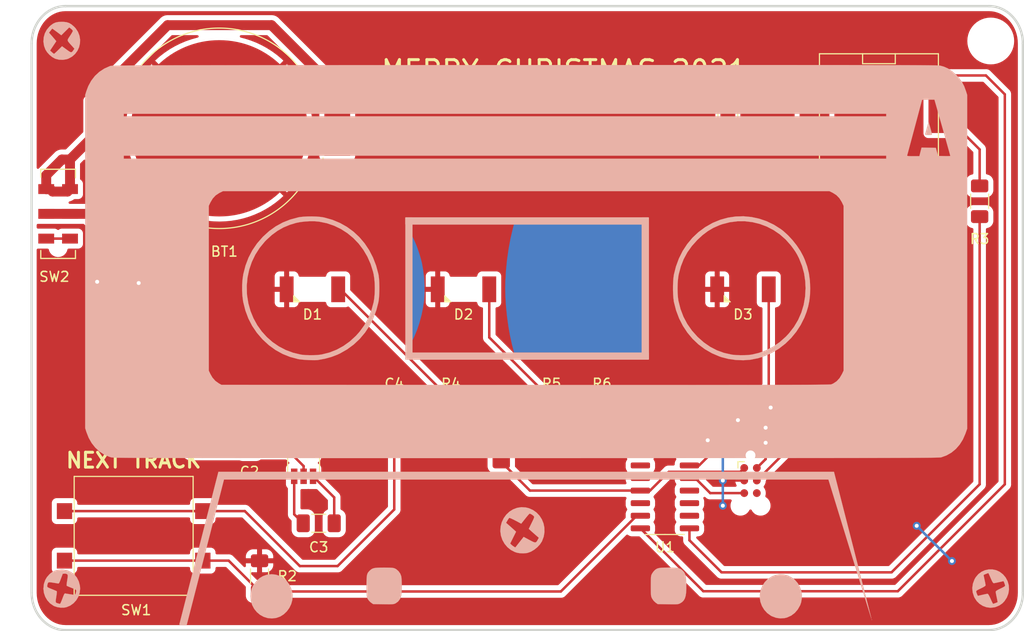
<source format=kicad_pcb>
(kicad_pcb (version 20211014) (generator pcbnew)
  (layers (0 "F.Cu" signal) (31 "B.Cu" signal) (34 "B.Paste" user) (35 "F.Paste" user) (36 "B.SilkS" user "B.Silkscreen") (37 "F.SilkS" user "F.Silkscreen") (38 "B.Mask" user) (39 "F.Mask" user) (44 "Edge.Cuts" user))
  (net 0 "")
  (net 1 "Net-(BT1-Pad1)")
  (net 2 "GND")
  (net 3 "+3V3")
  (net 4 "Net-(C2-Pad1)")
  (net 5 "Net-(C3-Pad2)")
  (net 6 "Net-(C3-Pad1)")
  (net 7 "Net-(D1-Pad2)")
  (net 8 "Net-(D2-Pad2)")
  (net 9 "Net-(D3-Pad2)")
  (net 10 "Net-(J1-Pad6)")
  (net 11 "Net-(J1-Pad5)")
  (net 12 "Net-(J1-Pad4)")
  (net 13 "Net-(J1-Pad1)")
  (net 14 "Net-(JP1-Pad2)")
  (net 15 "Net-(JP1-Pad3)")
  (net 16 "Net-(LS1-Pad1)")
  (net 17 "Net-(R2-Pad2)")
  (net 18 "Net-(R3-Pad2)")
  (net 19 "Net-(U1-Pad11)")
  (net 20 "Net-(U1-Pad10)")
  (net 21 "Net-(U1-Pad9)")
  (net 22 "Net-(U1-Pad5)")
  (net 23 "Net-(U1-Pad3)")
  (net 24 "Net-(SW2-Pad3)")
  (net 25 "Net-(U1-Pad2)")
  (footprint "Battery:BatteryHolder_MPD_BC2003_1x2032" (layer "F.Cu") (at 73.152 82.804)
    (fp_text reference "BT1" (at 0.508 12.446) (layer "F.SilkS"))
    (fp_text value "CR2032")
    (pad "1" smd rect locked (at -11.905 0) (size 2.6 5.56) (layers "F.Cu" "F.Paste" "F.Mask") (net 1 "Net-(BT1-Pad1)"))
    (pad "1" smd rect locked (at 11.905 0) (size 2.6 5.56) (layers "F.Cu" "F.Paste" "F.Mask") (net 1 "Net-(BT1-Pad1)"))
    (pad "2" smd circle locked (at 0 0) (size 17.8 17.8) (layers "F.Cu" "F.Mask") (net 2 "GND"))
  )
  (footprint "Capacitor_SMD:C_1206_3216Metric_Pad1.33x1.80mm_HandSolder" (layer "F.Cu") (at 76.2 113.665 90)
    (fp_text reference "C2" (at -3.81 0 180) (layer "F.SilkS"))
    (fp_text value "2.2uF")
    (pad "1" smd roundrect locked (at -1.5625 0 90) (size 1.325 1.8) (layers "F.Cu" "F.Paste" "F.Mask") (roundrect_rratio 0.1886784906) (net 4 "Net-(C2-Pad1)"))
    (pad "2" smd roundrect locked (at 1.5625 0 90) (size 1.325 1.8) (layers "F.Cu" "F.Paste" "F.Mask") (roundrect_rratio 0.1886784906) (net 2 "GND"))
  )
  (footprint "Capacitor_SMD:C_1206_3216Metric_Pad1.33x1.80mm_HandSolder" (layer "F.Cu") (at 83.185 122.682)
    (fp_text reference "C3" (at 0 2.413) (layer "F.SilkS"))
    (fp_text value "0.22uF")
    (pad "1" smd roundrect locked (at -1.5625 0) (size 1.325 1.8) (layers "F.Cu" "F.Paste" "F.Mask") (roundrect_rratio 0.1886784906) (net 6 "Net-(C3-Pad1)"))
    (pad "2" smd roundrect locked (at 1.5625 0) (size 1.325 1.8) (layers "F.Cu" "F.Paste" "F.Mask") (roundrect_rratio 0.1886784906) (net 5 "Net-(C3-Pad2)"))
  )
  (footprint "toolbox-led:Kingbright_AA3528" (layer "F.Cu") (at 82.55 99.06)
    (fp_text reference "D1" (at 0 2.54) (layer "F.SilkS"))
    (fp_text value "AA3528SECKT09‎")
    (pad "1" smd rect locked (at -2.6 0) (size 1.4 2.6) (layers "F.Cu" "F.Paste" "F.Mask") (net 2 "GND"))
    (pad "2" smd rect locked (at 2.6 0) (size 1.4 2.6) (layers "F.Cu" "F.Paste" "F.Mask") (net 7 "Net-(D1-Pad2)"))
  )
  (footprint "toolbox-led:Kingbright_AA3528" (layer "F.Cu") (at 125.984 99.06)
    (fp_text reference "D3" (at 0 2.54) (layer "F.SilkS"))
    (fp_text value "AA3528SECKT09‎")
    (pad "1" smd rect locked (at -2.6 0) (size 1.4 2.6) (layers "F.Cu" "F.Paste" "F.Mask") (net 2 "GND"))
    (pad "2" smd rect locked (at 2.6 0) (size 1.4 2.6) (layers "F.Cu" "F.Paste" "F.Mask") (net 9 "Net-(D3-Pad2)"))
  )
  (footprint "toolbox-speaker:PKLCS1212E2000-R1" (layer "F.Cu") (at 139.7 81.28)
    (fp_text reference "LS1" (at 0 7.62) (layer "F.SilkS"))
    (fp_text value "‎PKLCS1212E2000-R1‎")
    (pad "1" smd rect locked (at 6.5 0) (size 3 4) (layers "F.Cu" "F.Paste" "F.Mask") (net 16 "Net-(LS1-Pad1)"))
    (pad "2" smd rect locked (at -6.5 0) (size 3 4) (layers "F.Cu" "F.Paste" "F.Mask") (net 14 "Net-(JP1-Pad2)"))
  )
  (footprint "Resistor_SMD:R_1206_3216Metric_Pad1.30x1.75mm_HandSolder" (layer "F.Cu") (at 149.86 90.17 -90)
    (fp_text reference "R3" (at 3.81 0 180) (layer "F.SilkS"))
    (fp_text value "100")
    (pad "1" smd roundrect locked (at -1.55 0 270) (size 1.3 1.75) (layers "F.Cu" "F.Paste" "F.Mask") (roundrect_rratio 0.1923076923) (net 16 "Net-(LS1-Pad1)"))
    (pad "2" smd roundrect locked (at 1.55 0 270) (size 1.3 1.75) (layers "F.Cu" "F.Paste" "F.Mask") (roundrect_rratio 0.1923076923) (net 18 "Net-(R3-Pad2)"))
  )
  (footprint "Resistor_SMD:R_1206_3216Metric_Pad1.30x1.75mm_HandSolder" (layer "F.Cu") (at 96.52 111.76 -90)
    (fp_text reference "R4" (at -3.175 0 180) (layer "F.SilkS"))
    (fp_text value "100")
    (pad "1" smd roundrect locked (at -1.55 0 270) (size 1.3 1.75) (layers "F.Cu" "F.Paste" "F.Mask") (roundrect_rratio 0.1923076923) (net 7 "Net-(D1-Pad2)"))
    (pad "2" smd roundrect locked (at 1.55 0 270) (size 1.3 1.75) (layers "F.Cu" "F.Paste" "F.Mask") (roundrect_rratio 0.1923076923) (net 3 "+3V3"))
  )
  (footprint "Resistor_SMD:R_1206_3216Metric_Pad1.30x1.75mm_HandSolder" (layer "F.Cu") (at 111.76 111.76 -90)
    (fp_text reference "R6" (at -3.175 0 180) (layer "F.SilkS"))
    (fp_text value "100")
    (pad "1" smd roundrect locked (at -1.55 0 270) (size 1.3 1.75) (layers "F.Cu" "F.Paste" "F.Mask") (roundrect_rratio 0.1923076923) (net 9 "Net-(D3-Pad2)"))
    (pad "2" smd roundrect locked (at 1.55 0 270) (size 1.3 1.75) (layers "F.Cu" "F.Paste" "F.Mask") (roundrect_rratio 0.1923076923) (net 3 "+3V3"))
  )
  (footprint "toolbox-switch:E_Switch_TL3300DF260Q" (layer "F.Cu") (at 64.516 123.952)
    (fp_text reference "SW1" (at 0.254 7.493) (layer "F.SilkS"))
    (fp_text value "TL3300DF260Q‎")
    (pad "1" smd rect locked (at 6.975 -2.5) (size 1.55 1.6) (layers "F.Cu" "F.Paste" "F.Mask") (net 3 "+3V3"))
    (pad "1" smd rect locked (at -6.975 -2.5) (size 1.55 1.6) (layers "F.Cu" "F.Paste" "F.Mask") (net 3 "+3V3"))
    (pad "2" smd rect locked (at -6.975 2.5) (size 1.55 1.6) (layers "F.Cu" "F.Paste" "F.Mask") (net 17 "Net-(R2-Pad2)"))
    (pad "2" smd rect locked (at 6.975 2.5) (size 1.55 1.6) (layers "F.Cu" "F.Paste" "F.Mask") (net 17 "Net-(R2-Pad2)"))
  )
  (footprint "toolbox-switch:SW_JS102011JAQN" (layer "F.Cu") (at 56.896 91.44 -90)
    (fp_text reference "SW2" (at 6.35 0.381 180) (layer "F.SilkS"))
    (fp_text value "SW_SPDT")
    (pad "" np_thru_hole circle locked (at -3.4 0 270) (size 0.9 0.9) (drill 0.9) (layers *.Cu *.Mask))
    (pad "" np_thru_hole circle locked (at 3.4 0 270) (size 0.9 0.9) (drill 0.9) (layers *.Cu *.Mask))
    (pad "1" smd rect locked (at -2.5 -1.2 270) (size 1 1.6) (layers "F.Cu" "F.Paste" "F.Mask") (net 1 "Net-(BT1-Pad1)"))
    (pad "1" smd rect locked (at -2.5 1.2 270) (size 1 1.6) (layers "F.Cu" "F.Paste" "F.Mask") (net 1 "Net-(BT1-Pad1)"))
    (pad "2" smd rect locked (at 0 -1.2 270) (size 1 1.6) (layers "F.Cu" "F.Paste" "F.Mask") (net 4 "Net-(C2-Pad1)"))
    (pad "2" smd rect locked (at 0 1.2 270) (size 1 1.6) (layers "F.Cu" "F.Paste" "F.Mask") (net 4 "Net-(C2-Pad1)"))
    (pad "3" smd rect locked (at 2.5 1.2 270) (size 1 1.6) (layers "F.Cu" "F.Paste" "F.Mask") (net 24 "Net-(SW2-Pad3)"))
    (pad "3" smd rect locked (at 2.5 -1.2 270) (size 1 1.6) (layers "F.Cu" "F.Paste" "F.Mask") (net 24 "Net-(SW2-Pad3)"))
  )
  (footprint "Package_TO_SOT_SMD:SOT-23-6_Handsoldering" (layer "F.Cu") (at 81.661 116.586 -90)
    (fp_text reference "U2" (at -3.556 0.381 180) (layer "F.SilkS"))
    (fp_text value "REG710xx")
    (pad "1" smd rect locked (at -1.35 -0.95 270) (size 1.56 0.65) (layers "F.Cu" "F.Paste" "F.Mask") (net 3 "+3V3"))
    (pad "2" smd rect locked (at -1.35 0 270) (size 1.56 0.65) (layers "F.Cu" "F.Paste" "F.Mask") (net 2 "GND"))
    (pad "3" smd rect locked (at -1.35 0.95 270) (size 1.56 0.65) (layers "F.Cu" "F.Paste" "F.Mask") (net 4 "Net-(C2-Pad1)"))
    (pad "4" smd rect locked (at 1.35 0.95 270) (size 1.56 0.65) (layers "F.Cu" "F.Paste" "F.Mask") (net 6 "Net-(C3-Pad1)"))
    (pad "5" smd rect locked (at 1.35 0 270) (size 1.56 0.65) (layers "F.Cu" "F.Paste" "F.Mask") (net 4 "Net-(C2-Pad1)"))
    (pad "6" smd rect locked (at 1.35 -0.95 270) (size 1.56 0.65) (layers "F.Cu" "F.Paste" "F.Mask") (net 5 "Net-(C3-Pad2)"))
  )
  (footprint "Jumper:SolderJumper-3_P1.3mm_Open_RoundedPad1.0x1.5mm" (layer "F.Cu") (at 124.46 82.55 90)
    (fp_text reference "JP1" (at 3.175 0 180) (layer "F.SilkS"))
    (fp_text value "Jumper_NC_Dual")
    (pad "1" smd custom locked (at -1.3 0 90) (size 1 0.5) (layers "F.Cu" "F.Mask") (net 2 "GND") (options (clearance outline) (anchor rect)) (primitives (gr_circle (center 0 0.25) (end 0.5 0.25) (width 0) (fill yes)) (gr_circle (center 0 -0.25) (end 0.5 -0.25) (width 0) (fill yes)) (gr_poly (pts (xy 0.55 0.75) (xy 0 0.75) (xy 0 -0.75) (xy 0.55 -0.75)) (width 0) (fill yes))))
    (pad "2" smd rect locked (at 0 0 90) (size 1 1.5) (layers "F.Cu" "F.Mask") (net 14 "Net-(JP1-Pad2)"))
    (pad "3" smd custom locked (at 1.3 0 90) (size 1 0.5) (layers "F.Cu" "F.Mask") (net 15 "Net-(JP1-Pad3)") (options (clearance outline) (anchor rect)) (primitives (gr_circle (center 0 0.25) (end 0.5 0.25) (width 0) (fill yes)) (gr_circle (center 0 -0.25) (end 0.5 -0.25) (width 0) (fill yes)) (gr_poly (pts (xy 0 0.75) (xy -0.55 0.75) (xy -0.55 -0.75) (xy 0 -0.75)) (width 0) (fill yes))))
  )
  (footprint "Resistor_SMD:R_1206_3216Metric_Pad1.30x1.75mm_HandSolder" (layer "F.Cu") (at 77.216 128.016 -90)
    (fp_text reference "R2" (at 0 -2.794 180) (layer "F.SilkS"))
    (fp_text value "22k")
    (pad "1" smd roundrect locked (at -1.55 0 270) (size 1.3 1.75) (layers "F.Cu" "F.Paste" "F.Mask") (roundrect_rratio 0.1923076923) (net 2 "GND"))
    (pad "2" smd roundrect locked (at 1.55 0 270) (size 1.3 1.75) (layers "F.Cu" "F.Paste" "F.Mask") (roundrect_rratio 0.1923076923) (net 17 "Net-(R2-Pad2)"))
  )
  (footprint "Package_SO:SO-14_3.9x8.65mm_P1.27mm" (layer "F.Cu") (at 118.11 119.38)
    (fp_text reference "U1" (at 0 5.715) (layer "F.SilkS"))
    (fp_text value "PIC16F15325")
    (pad "1" smd roundrect locked (at -2.475 -3.81) (size 1.95 0.6) (layers "F.Cu" "F.Paste" "F.Mask") (net 3 "+3V3"))
    (pad "2" smd roundrect locked (at -2.475 -2.54) (size 1.95 0.6) (layers "F.Cu" "F.Paste" "F.Mask") (net 25 "Net-(U1-Pad2)"))
    (pad "3" smd roundrect locked (at -2.475 -1.27) (size 1.95 0.6) (layers "F.Cu" "F.Paste" "F.Mask") (net 23 "Net-(U1-Pad3)"))
    (pad "4" smd roundrect locked (at -2.475 0) (size 1.95 0.6) (layers "F.Cu" "F.Paste" "F.Mask") (net 13 "Net-(J1-Pad1)"))
    (pad "5" smd roundrect locked (at -2.475 1.27) (size 1.95 0.6) (layers "F.Cu" "F.Paste" "F.Mask") (net 22 "Net-(U1-Pad5)"))
    (pad "6" smd roundrect locked (at -2.475 2.54) (size 1.95 0.6) (layers "F.Cu" "F.Paste" "F.Mask") (net 17 "Net-(R2-Pad2)"))
    (pad "7" smd roundrect locked (at -2.475 3.81) (size 1.95 0.6) (layers "F.Cu" "F.Paste" "F.Mask") (net 15 "Net-(JP1-Pad3)"))
    (pad "8" smd roundrect locked (at 2.475 3.81) (size 1.95 0.6) (layers "F.Cu" "F.Paste" "F.Mask") (net 18 "Net-(R3-Pad2)"))
    (pad "9" smd roundrect locked (at 2.475 2.54) (size 1.95 0.6) (layers "F.Cu" "F.Paste" "F.Mask") (net 21 "Net-(U1-Pad9)"))
    (pad "10" smd roundrect locked (at 2.475 1.27) (size 1.95 0.6) (layers "F.Cu" "F.Paste" "F.Mask") (net 20 "Net-(U1-Pad10)"))
    (pad "11" smd roundrect locked (at 2.475 0) (size 1.95 0.6) (layers "F.Cu" "F.Paste" "F.Mask") (net 19 "Net-(U1-Pad11)"))
    (pad "12" smd roundrect locked (at 2.475 -1.27) (size 1.95 0.6) (layers "F.Cu" "F.Paste" "F.Mask") (net 11 "Net-(J1-Pad5)"))
    (pad "13" smd roundrect locked (at 2.475 -2.54) (size 1.95 0.6) (layers "F.Cu" "F.Paste" "F.Mask") (net 12 "Net-(J1-Pad4)"))
    (pad "14" smd roundrect locked (at 2.475 -3.81) (size 1.95 0.6) (layers "F.Cu" "F.Paste" "F.Mask") (net 2 "GND"))
  )
  (footprint "Capacitor_SMD:C_1206_3216Metric_Pad1.33x1.80mm_HandSolder" (layer "F.Cu") (at 90.805 111.76 90)
    (fp_text reference "C4" (at 3.175 0 180) (layer "F.SilkS"))
    (fp_text value "2.2uF")
    (pad "1" smd roundrect locked (at -1.5625 0 90) (size 1.325 1.8) (layers "F.Cu" "F.Paste" "F.Mask") (roundrect_rratio 0.1886784906) (net 3 "+3V3"))
    (pad "2" smd roundrect locked (at 1.5625 0 90) (size 1.325 1.8) (layers "F.Cu" "F.Paste" "F.Mask") (roundrect_rratio 0.1886784906) (net 2 "GND"))
  )
  (footprint "Resistor_SMD:R_1206_3216Metric_Pad1.30x1.75mm_HandSolder" (layer "F.Cu") (at 106.68 111.76 -90)
    (fp_text reference "R5" (at -3.175 0 180) (layer "F.SilkS"))
    (fp_text value "100")
    (pad "1" smd roundrect locked (at -1.55 0 270) (size 1.3 1.75) (layers "F.Cu" "F.Paste" "F.Mask") (roundrect_rratio 0.1923076923) (net 8 "Net-(D2-Pad2)"))
    (pad "2" smd roundrect locked (at 1.55 0 270) (size 1.3 1.75) (layers "F.Cu" "F.Paste" "F.Mask") (roundrect_rratio 0.1923076923) (net 3 "+3V3"))
  )
  (footprint "Capacitor_SMD:C_1206_3216Metric_Pad1.33x1.80mm_HandSolder" (layer "F.Cu") (at 118.11 113.03 180)
    (fp_text reference "C1" (at 0 1.905) (layer "F.SilkS"))
    (fp_text value ".22uF")
    (pad "1" smd roundrect locked (at -1.5625 0 180) (size 1.325 1.8) (layers "F.Cu" "F.Paste" "F.Mask") (roundrect_rratio 0.1886784906) (net 2 "GND"))
    (pad "2" smd roundrect locked (at 1.5625 0 180) (size 1.325 1.8) (layers "F.Cu" "F.Paste" "F.Mask") (roundrect_rratio 0.1886784906) (net 3 "+3V3"))
  )
  (footprint "Connector:Tag-Connect_TC2030-IDC-NL_2x03_P1.27mm_Vertical" (layer "F.Cu") (at 126.746 118.364 -90)
    (fp_text reference "J1" (at -4.445 0 180) (layer "F.SilkS"))
    (fp_text value "Header_PICKIT4")
    (pad "" np_thru_hole circle locked (at 2.54 1.016 270) (size 0.9906 0.9906) (drill 0.9906) (layers *.Cu *.Mask))
    (pad "" np_thru_hole circle locked (at 2.54 -1.016 270) (size 0.9906 0.9906) (drill 0.9906) (layers *.Cu *.Mask))
    (pad "" np_thru_hole circle locked (at -2.54 0 270) (size 0.9906 0.9906) (drill 0.9906) (layers *.Cu *.Mask))
    (pad "1" connect circle locked (at -1.27 0.635 270) (size 0.7874 0.7874) (layers "F.Cu" "F.Mask") (net 13 "Net-(J1-Pad1)"))
    (pad "2" connect circle locked (at -1.27 -0.635 270) (size 0.7874 0.7874) (layers "F.Cu" "F.Mask") (net 3 "+3V3"))
    (pad "3" connect circle locked (at 0 0.635 270) (size 0.7874 0.7874) (layers "F.Cu" "F.Mask") (net 2 "GND"))
    (pad "4" connect circle locked (at 0 -0.635 270) (size 0.7874 0.7874) (layers "F.Cu" "F.Mask") (net 12 "Net-(J1-Pad4)"))
    (pad "5" connect circle locked (at 1.27 0.635 270) (size 0.7874 0.7874) (layers "F.Cu" "F.Mask") (net 11 "Net-(J1-Pad5)"))
    (pad "6" connect circle locked (at 1.27 -0.635 270) (size 0.7874 0.7874) (layers "F.Cu" "F.Mask") (net 10 "Net-(J1-Pad6)"))
  )
  (footprint "Resistor_SMD:R_1206_3216Metric_Pad1.30x1.75mm_HandSolder" (layer "F.Cu") (at 101.6 114.935 90)
    (fp_text reference "R1" (at 3.175 0 180) (layer "F.SilkS"))
    (fp_text value "22k")
    (pad "1" smd roundrect locked (at -1.55 0 90) (size 1.3 1.75) (layers "F.Cu" "F.Paste" "F.Mask") (roundrect_rratio 0.1923076923) (net 13 "Net-(J1-Pad1)"))
    (pad "2" smd roundrect locked (at 1.55 0 90) (size 1.3 1.75) (layers "F.Cu" "F.Paste" "F.Mask") (roundrect_rratio 0.1923076923) (net 3 "+3V3"))
  )
  (footprint "toolbox-led:Kingbright_AA3528" (layer "F.Cu") (at 97.79 99.06)
    (fp_text reference "D2" (at 0 2.54) (layer "F.SilkS"))
    (fp_text value "AA3528SECKT09‎")
    (pad "1" smd rect locked (at -2.6 0) (size 1.4 2.6) (layers "F.Cu" "F.Paste" "F.Mask") (net 2 "GND"))
    (pad "2" smd rect locked (at 2.6 0) (size 1.4 2.6) (layers "F.Cu" "F.Paste" "F.Mask") (net 8 "Net-(D2-Pad2)"))
  )
  (footprint "chrimbus2021:tape_invert2" (layer "B.Cu") (at 104.14 102.108 180)
    (fp_text reference "G***" hide)
    (fp_text value "LOGO" hide)
    (fp_poly (pts (xy 11.549519 3.151963) (xy 11.549933 2.426333) (xy 11.55 1.73) (xy 11.549736 1.06964) (xy 11.54916 0.451925) (xy 11.548288 -0.116469) (xy 11.547138 -0.628867) (xy 11.545728 -1.078597) (xy 11.544074 -1.458982) (xy 11.542194 -1.763349) (xy 11.540106 -1.985023) (xy 11.537826 -2.117331) (xy 11.535718 -2.15455) (xy 11.508109 -2.111516) (xy 11.448195 -1.995541) (xy 11.3659 -1.826317) (xy 11.304255 -1.695262) (xy 11.033978 -1.043599) (xy 10.79283 -0.32337) (xy 10.589254 0.434313) (xy 10.43169 1.198335) (xy 10.334918 1.877411) (xy 10.283926 2.622573) (xy 10.283303 3.420678) (xy 10.331177 4.237291) (xy 10.425676 5.037977) (xy 10.541687 5.682316) (xy 10.635071 6.065246) (xy 10.759644 6.496112) (xy 10.904874 6.943645) (xy 11.060229 7.376579) (xy 11.215176 7.763645) (xy 11.322505 8.000359) (xy 11.545252 8.458476) (xy 11.549519 3.151963)) (layer "B.Cu") (width 0.01) (fill solid))
    (fp_poly (pts (xy -5.23016 9.658812) (xy 1.247094 9.645892) (xy 1.361684 9.213227) (xy 1.59751 8.213463) (xy 1.795653 7.147587) (xy 1.952284 6.045499) (xy 2.06357 4.937098) (xy 2.125681 3.852284) (xy 2.137876 3.155912) (xy 2.116252 2.229581) (xy 2.053591 1.261379) (xy 1.953209 0.27708) (xy 1.818422 -0.697542) (xy 1.652547 -1.636712) (xy 1.458899 -2.514657) (xy 1.358524 -2.901403) (xy 1.240034 -3.334068) (xy -5.23369 -3.346988) (xy -11.707415 -3.359907) (xy -11.707415 9.671731) (xy -5.23016 9.658812)) (layer "B.Cu") (width 0.01) (fill solid))
    (pad "" np_thru_hole circle locked (at -46.84 28.12 180) (size 3.7 3.7) (drill 3.7) (layers *.Cu *.Mask))
  )
  (gr_line (start 54.223121 129.688895) (end 54.223121 74.246853) (layer "Edge.Cuts") (width 0.24))
  (gr_line (start 154.223282 74.246853) (end 154.223282 129.688895) (layer "Edge.Cuts") (width 0.24))
  (gr_curve (pts (xy 154.223282 129.688895) (xy 154.223282 131.766656) (xy 152.68656 133.467486) (xy 150.806877 133.467486)) (layer "Edge.Cuts") (width 0.24))
  (gr_line (start 57.639047 70.467444) (end 150.806877 70.467444) (layer "Edge.Cuts") (width 0.24))
  (gr_curve (pts (xy 57.639047 133.467486) (xy 55.759744 133.467486) (xy 54.223121 131.766677) (xy 54.223121 129.688895)) (layer "Edge.Cuts") (width 0.24))
  (gr_curve (pts (xy 54.223121 74.246853) (xy 54.223121 72.168358) (xy 55.759744 70.467444) (xy 57.639047 70.467444)) (layer "Edge.Cuts") (width 0.24))
  (gr_line (start 57.639047 70.467444) (end 57.639047 70.467444) (layer "Edge.Cuts") (width 0.24))
  (gr_curve (pts (xy 150.806877 133.467486) (xy 119.750967 133.467486) (xy 88.694757 133.467486) (xy 57.639047 133.467486)) (layer "Edge.Cuts") (width 0.24))
  (gr_curve (pts (xy 150.806877 70.467444) (xy 152.68656 70.467444) (xy 154.223282 72.168358) (xy 154.223282 74.246853)) (layer "Edge.Cuts") (width 0.24))
  (gr_text "NEXT TRACK" (at 64.516 116.332) (layer "F.SilkS") (effects (font (size 1.5 1.5) (thickness 0.3))))
  (gr_text "ON" (at 61.214 90.17) (layer "F.SilkS") (effects (font (size 1.5 1.5) (thickness 0.3))))
  (gr_text "LOVE, JAKE" (at 107.188 80.264) (layer "F.SilkS") (effects (font (size 1.5 1.5) (thickness 0.3))))
  (gr_text "MERRY CHRISTMAS 2021" (at 107.95 76.962) (layer "F.SilkS") (effects (font (size 2 2) (thickness 0.3))))
  (gr_text "OFF" (at 61.722 92.71) (layer "F.SilkS") (effects (font (size 1.5 1.5) (thickness 0.3))))
  (segment (start 56.093998 88.94) (end 56.343999 89.190001) (width 1) (layer "F.Cu") (net 1))
  (segment (start 61.247 82.804) (end 61.247 79.088) (width 1) (layer "F.Cu") (net 1))
  (segment (start 61.247 79.088) (end 67.945 72.39) (width 1) (layer "F.Cu") (net 1))
  (segment (start 55.696 88.94) (end 55.696 87.537998) (width 1) (layer "F.Cu") (net 1))
  (segment (start 58.096 85.955) (end 61.247 82.804) (width 1) (layer "F.Cu") (net 1))
  (segment (start 57.278998 85.955) (end 58.096 85.955) (width 1) (layer "F.Cu") (net 1))
  (segment (start 55.696 88.94) (end 56.093998 88.94) (width 1) (layer "F.Cu") (net 1))
  (segment (start 85.057 79.024) (end 78.423 72.39) (width 1) (layer "F.Cu") (net 1))
  (segment (start 58.096 88.94) (end 58.096 85.955) (width 1) (layer "F.Cu") (net 1))
  (segment (start 78.423 72.39) (end 67.945 72.39) (width 1) (layer "F.Cu") (net 1))
  (segment (start 55.696 87.537998) (end 57.278998 85.955) (width 1) (layer "F.Cu") (net 1))
  (segment (start 85.057 82.804) (end 85.057 79.024) (width 1) (layer "F.Cu") (net 1))
  (segment (start 57.845999 89.190001) (end 58.096 88.94) (width 1) (layer "F.Cu") (net 1))
  (segment (start 56.343999 89.190001) (end 57.845999 89.190001) (width 1) (layer "F.Cu") (net 1))
  (segment (start 119.6725 113.03) (end 119.6725 114.6575) (width 0.25) (layer "F.Cu") (net 2))
  (segment (start 122.428 114.3) (end 121.158 113.03) (width 0.25) (layer "F.Cu") (net 2))
  (segment (start 119.6725 114.6575) (end 120.585 115.57) (width 0.25) (layer "F.Cu") (net 2))
  (segment (start 73.152 82.804) (end 77.632001 87.284001) (width 3) (layer "F.Cu") (net 2))
  (segment (start 73.152 82.804) (end 73.152 86.868) (width 3) (layer "F.Cu") (net 2))
  (segment (start 79.95 89.602) (end 73.152 82.804) (width 0.25) (layer "F.Cu") (net 2))
  (segment (start 76.2 112.1025) (end 79.5575 112.1025) (width 0.25) (layer "F.Cu") (net 2))
  (segment (start 126.111 118.364) (end 123.952 118.364) (width 0.25) (layer "F.Cu") (net 2))
  (segment (start 81.661 114.206) (end 81.661 115.236) (width 0.25) (layer "F.Cu") (net 2))
  (segment (start 121.158 113.03) (end 119.6725 113.03) (width 0.25) (layer "F.Cu") (net 2))
  (segment (start 79.5575 112.1025) (end 81.661 114.206) (width 0.25) (layer "F.Cu") (net 2))
  (via (at 123.952 118.364) (size 0.8) (drill 0.4) (layers "F.Cu" "B.Cu") (net 2))
  (via (at 125.476 112.268) (size 0.8) (drill 0.4) (layers "F.Cu" "B.Cu") (net 2))
  (via (at 128.778 110.998) (size 0.8) (drill 0.4) (layers "F.Cu" "B.Cu") (net 2))
  (via (at 60.833 98.298) (size 0.8) (drill 0.4) (layers "F.Cu" "B.Cu") (net 2))
  (via (at 65.024 98.425) (size 0.8) (drill 0.4) (layers "F.Cu" "B.Cu") (net 2))
  (via (at 147.066 126.492) (size 0.8) (drill 0.4) (layers "F.Cu" "B.Cu") (net 2))
  (via (at 123.952 120.904) (size 0.8) (drill 0.4) (layers "F.Cu" "B.Cu") (net 2))
  (via (at 143.51 122.936) (size 0.8) (drill 0.4) (layers "F.Cu" "B.Cu") (net 2))
  (via (at 122.428 114.3) (size 0.8) (drill 0.4) (layers "F.Cu" "B.Cu") (net 2))
  (segment (start 147.066 126.492) (end 147.066 126.492) (width 0.25) (layer "B.Cu") (net 2))
  (segment (start 64.897 98.298) (end 65.024 98.425) (width 0.25) (layer "B.Cu") (net 2))
  (segment (start 123.952 118.364) (end 123.952 120.904) (width 0.25) (layer "B.Cu") (net 2))
  (segment (start 123.952 115.824) (end 122.428 114.3) (width 0.25) (layer "B.Cu") (net 2))
  (segment (start 143.51 122.936) (end 147.066 126.492) (width 0.25) (layer "B.Cu") (net 2))
  (segment (start 127.508 112.268) (end 128.778 110.998) (width 0.25) (layer "B.Cu") (net 2))
  (segment (start 125.476 112.268) (end 127.508 112.268) (width 0.25) (layer "B.Cu") (net 2))
  (segment (start 123.952 118.364) (end 123.952 115.824) (width 0.25) (layer "B.Cu") (net 2))
  (segment (start 60.833 98.298) (end 64.897 98.298) (width 0.25) (layer "B.Cu") (net 2))
  (segment (start 116.2675 113.31) (end 116.5475 113.03) (width 0.25) (layer "F.Cu") (net 3))
  (segment (start 106.68 113.31) (end 111.76 113.31) (width 0.25) (layer "F.Cu") (net 3))
  (segment (start 90.805 121.285) (end 90.805 113.3225) (width 0.25) (layer "F.Cu") (net 3))
  (segment (start 57.541 121.452) (end 71.491 121.452) (width 0.25) (layer "F.Cu") (net 3))
  (segment (start 82.611 115.236) (end 88.8915 115.236) (width 0.25) (layer "F.Cu") (net 3))
  (segment (start 90.805 113.3225) (end 96.5075 113.3225) (width 0.25) (layer "F.Cu") (net 3))
  (segment (start 128.27 113.03) (end 125.984 110.744) (width 0.25) (layer "F.Cu") (net 3))
  (segment (start 115.635 113.9425) (end 116.5475 113.03) (width 0.25) (layer "F.Cu") (net 3))
  (segment (start 128.27 116.205) (end 128.27 114.554) (width 0.25) (layer "F.Cu") (net 3))
  (segment (start 96.52 113.31) (end 101.6 113.31) (width 0.25) (layer "F.Cu") (net 3))
  (segment (start 125.984 110.744) (end 118.8335 110.744) (width 0.25) (layer "F.Cu") (net 3))
  (segment (start 127.381 117.094) (end 128.27 116.205) (width 0.25) (layer "F.Cu") (net 3))
  (segment (start 81.28 127) (end 85.09 127) (width 0.25) (layer "F.Cu") (net 3))
  (segment (start 96.5075 113.3225) (end 96.52 113.31) (width 0.25) (layer "F.Cu") (net 3))
  (segment (start 71.491 121.452) (end 75.732 121.452) (width 0.25) (layer "F.Cu") (net 3))
  (segment (start 75.732 121.452) (end 81.28 127) (width 0.25) (layer "F.Cu") (net 3))
  (segment (start 118.8335 110.744) (end 116.5475 113.03) (width 0.25) (layer "F.Cu") (net 3))
  (segment (start 111.76 113.31) (end 116.2675 113.31) (width 0.25) (layer "F.Cu") (net 3))
  (segment (start 101.6 113.31) (end 106.68 113.31) (width 0.25) (layer "F.Cu") (net 3))
  (segment (start 115.635 115.57) (end 115.635 113.9425) (width 0.25) (layer "F.Cu") (net 3))
  (segment (start 85.09 127) (end 90.805 121.285) (width 0.25) (layer "F.Cu") (net 3))
  (segment (start 88.8915 115.236) (end 90.805 113.3225) (width 0.25) (layer "F.Cu") (net 3))
  (via (at 128.27 114.554) (size 0.8) (drill 0.4) (layers "F.Cu" "B.Cu") (net 3))
  (via (at 128.27 113.03) (size 0.8) (drill 0.4) (layers "F.Cu" "B.Cu") (net 3))
  (segment (start 128.27 114.554) (end 128.27 113.03) (width 0.25) (layer "B.Cu") (net 3))
  (segment (start 62.865 107.8615) (end 70.3195 115.316) (width 1) (layer "F.Cu") (net 4))
  (segment (start 55.696 91.44) (end 58.096 91.44) (width 1) (layer "F.Cu") (net 4))
  (segment (start 81.661 117.936) (end 81.661 116.906) (width 0.25) (layer "F.Cu") (net 4))
  (segment (start 76.1115 115.316) (end 76.2 115.2275) (width 1) (layer "F.Cu") (net 4))
  (segment (start 59.896 91.44) (end 62.865 94.409) (width 1) (layer "F.Cu") (net 4))
  (segment (start 81.661 116.906) (end 80.711 115.956) (width 0.25) (layer "F.Cu") (net 4))
  (segment (start 76.2 115.2275) (end 80.627499 115.2275) (width 1) (layer "F.Cu") (net 4))
  (segment (start 62.865 94.409) (end 62.865 107.8615) (width 1) (layer "F.Cu") (net 4))
  (segment (start 80.711 115.956) (end 80.711 115.236) (width 0.25) (layer "F.Cu") (net 4))
  (segment (start 70.3195 115.316) (end 76.1115 115.316) (width 1) (layer "F.Cu") (net 4))
  (segment (start 80.627499 115.2275) (end 80.635999 115.236) (width 1) (layer "F.Cu") (net 4))
  (segment (start 58.096 91.44) (end 59.896 91.44) (width 1) (layer "F.Cu") (net 4))
  (segment (start 84.7475 122.682) (end 84.7475 120.0725) (width 0.25) (layer "F.Cu") (net 5))
  (segment (start 84.7475 120.0725) (end 82.611 117.936) (width 0.25) (layer "F.Cu") (net 5))
  (segment (start 81.6225 122.682) (end 80.711 121.7705) (width 0.25) (layer "F.Cu") (net 6))
  (segment (start 80.711 121.7705) (end 80.711 117.936) (width 0.25) (layer "F.Cu") (net 6))
  (segment (start 85.37 99.06) (end 96.52 110.21) (width 0.25) (layer "F.Cu") (net 7))
  (segment (start 85.15 99.06) (end 85.37 99.06) (width 0.25) (layer "F.Cu") (net 7))
  (segment (start 100.39 99.06) (end 100.39 103.92) (width 0.25) (layer "F.Cu") (net 8))
  (segment (start 100.39 103.92) (end 106.68 110.21) (width 0.25) (layer "F.Cu") (net 8))
  (segment (start 127.28 110.21) (end 128.584 108.906) (width 0.25) (layer "F.Cu") (net 9))
  (segment (start 128.584 108.906) (end 128.584 99.06) (width 0.25) (layer "F.Cu") (net 9))
  (segment (start 111.76 110.21) (end 127.28 110.21) (width 0.25) (layer "F.Cu") (net 9))
  (segment (start 121.158 118.11) (end 120.585 118.11) (width 0.25) (layer "F.Cu") (net 11))
  (segment (start 126.111 119.634) (end 122.682 119.634) (width 0.25) (layer "F.Cu") (net 11))
  (segment (start 121.285 118.11) (end 120.585 118.11) (width 0.25) (layer "F.Cu") (net 11))
  (segment (start 120.208232 118.11) (end 120.585 118.11) (width 0.25) (layer "F.Cu") (net 11))
  (segment (start 122.682 119.634) (end 121.158 118.11) (width 0.25) (layer "F.Cu") (net 11))
  (segment (start 130.302 114.554) (end 129.54 113.792) (width 0.25) (layer "F.Cu") (net 12))
  (segment (start 130.302 115.443) (end 130.302 114.554) (width 0.25) (layer "F.Cu") (net 12))
  (segment (start 121.56 116.84) (end 120.585 116.84) (width 0.25) (layer "F.Cu") (net 12))
  (segment (start 129.54 113.792) (end 124.608 113.792) (width 0.25) (layer "F.Cu") (net 12))
  (segment (start 124.608 113.792) (end 121.56 116.84) (width 0.25) (layer "F.Cu") (net 12))
  (segment (start 127.381 118.364) (end 130.302 115.443) (width 0.25) (layer "F.Cu") (net 12))
  (segment (start 101.6 116.485) (end 104.495 119.38) (width 0.25) (layer "F.Cu") (net 13))
  (segment (start 104.495 119.38) (end 115.635 119.38) (width 0.25) (layer "F.Cu") (net 13))
  (segment (start 116.61 119.38) (end 115.635 119.38) (width 0.25) (layer "F.Cu") (net 13))
  (segment (start 126.111 117.094) (end 125.72001 117.48499) (width 0.25) (layer "F.Cu") (net 13))
  (segment (start 118.50501 117.48499) (end 116.61 119.38) (width 0.25) (layer "F.Cu") (net 13))
  (segment (start 125.72001 117.48499) (end 118.50501 117.48499) (width 0.25) (layer "F.Cu") (net 13))
  (segment (start 124.46 82.55) (end 131.93 82.55) (width 0.25) (layer "F.Cu") (net 14))
  (segment (start 131.93 82.55) (end 133.2 81.28) (width 0.25) (layer "F.Cu") (net 14))
  (segment (start 121.985 129.54) (end 141.605 129.54) (width 0.25) (layer "F.Cu") (net 15))
  (segment (start 150.495 77.47) (end 127.492408 77.47) (width 0.25) (layer "F.Cu") (net 15))
  (segment (start 124.43 80.532408) (end 124.43 81.28) (width 0.25) (layer "F.Cu") (net 15))
  (segment (start 141.605 129.54) (end 152.4 118.745) (width 0.25) (layer "F.Cu") (net 15))
  (segment (start 127.492408 77.47) (end 124.43 80.532408) (width 0.25) (layer "F.Cu") (net 15))
  (segment (start 152.4 118.745) (end 152.4 79.375) (width 0.25) (layer "F.Cu") (net 15))
  (segment (start 152.4 79.375) (end 150.495 77.47) (width 0.25) (layer "F.Cu") (net 15))
  (segment (start 115.635 123.19) (end 121.985 129.54) (width 0.25) (layer "F.Cu") (net 15))
  (segment (start 149.86 84.94) (end 146.2 81.28) (width 0.25) (layer "F.Cu") (net 16))
  (segment (start 149.86 88.62) (end 149.86 84.94) (width 0.25) (layer "F.Cu") (net 16))
  (segment (start 107.612232 129.566) (end 115.258232 121.92) (width 0.25) (layer "F.Cu") (net 17))
  (segment (start 74.102 126.452) (end 77.216 129.566) (width 0.25) (layer "F.Cu") (net 17))
  (segment (start 115.258232 121.92) (end 115.635 121.92) (width 0.25) (layer "F.Cu") (net 17))
  (segment (start 77.216 129.566) (end 107.612232 129.566) (width 0.25) (layer "F.Cu") (net 17))
  (segment (start 71.491 126.452) (end 74.102 126.452) (width 0.25) (layer "F.Cu") (net 17))
  (segment (start 57.541 126.452) (end 71.491 126.452) (width 0.25) (layer "F.Cu") (net 17))
  (segment (start 149.86 118.745) (end 149.86 91.72) (width 0.25) (layer "F.Cu") (net 18))
  (segment (start 123.825 127.635) (end 140.97 127.635) (width 0.25) (layer "F.Cu") (net 18))
  (segment (start 120.585 124.395) (end 123.825 127.635) (width 0.25) (layer "F.Cu") (net 18))
  (segment (start 120.585 123.19) (end 120.585 124.395) (width 0.25) (layer "F.Cu") (net 18))
  (segment (start 140.97 127.635) (end 149.86 118.745) (width 0.25) (layer "F.Cu") (net 18))
  (segment (start 55.696 93.94) (end 58.096 93.94) (width 0.25) (layer "F.Cu") (net 24))
  (zone (net 2) (net_name "GND") (layer "F.Cu") (connect_pads (clearance 0.508)) (min_thickness 0.254) (fill yes (thermal_gap 0.508) (thermal_bridge_width 0.508))
    (polygon (pts (xy 154.305 133.35) (xy 54.61 133.35) (xy 54.61 70.231) (xy 154.305 69.85)))
  )
  (zone (net 0) (net_name "") (layer "F.Cu") (connect_pads (clearance 0)) (min_thickness 0.254)
    (keepout (tracks not_allowed) (vias not_allowed) (pads allowed) (copperpour not_allowed) (footprints allowed))
    (fill (thermal_gap 0.508) (thermal_bridge_width 0.508))
    (polygon (pts (xy 99.06 100.33) (xy 96.52 100.33) (xy 96.52 97.79) (xy 99.06 97.79)))
  )
  (zone (net 0) (net_name "") (layer "F.Cu") (connect_pads (clearance 0)) (min_thickness 0.254)
    (keepout (tracks not_allowed) (vias not_allowed) (pads allowed) (copperpour not_allowed) (footprints allowed))
    (fill (thermal_gap 0.508) (thermal_bridge_width 0.508))
    (polygon (pts (xy 83.82 100.33) (xy 81.28 100.33) (xy 81.28 97.79) (xy 83.82 97.79)))
  )
)
</source>
